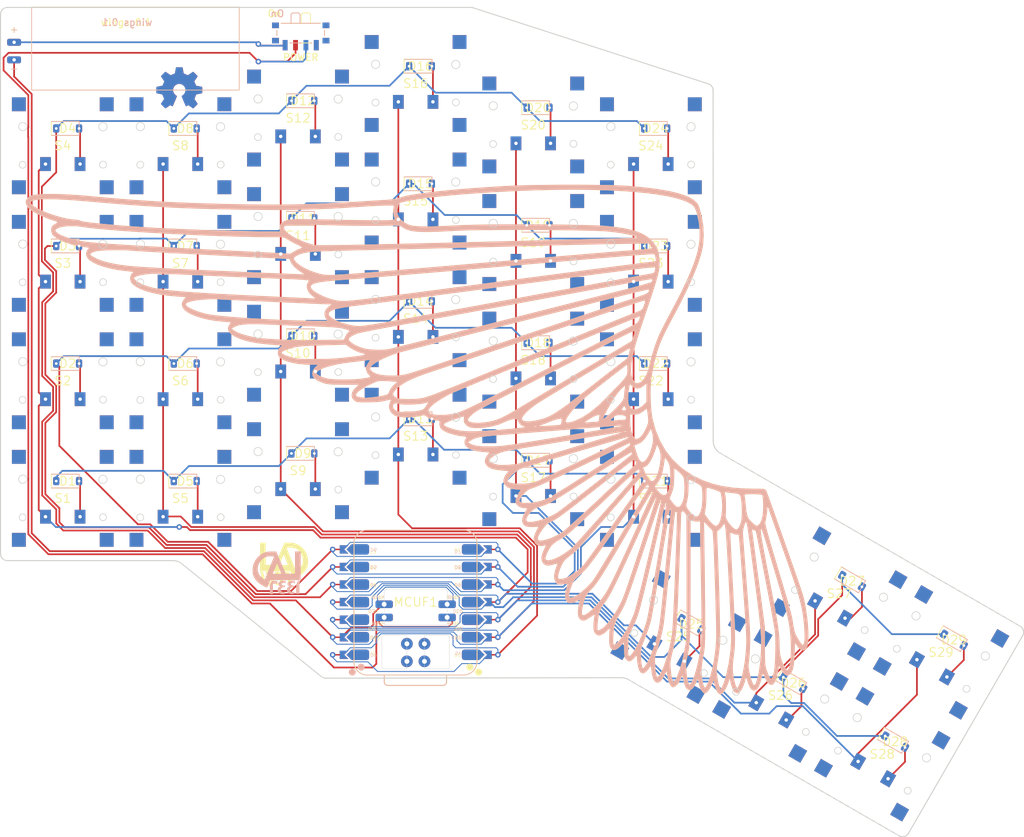
<source format=kicad_pcb>
(kicad_pcb (version 20240108) (generator "pcbnew") (generator_version "8.0")
  (title_block (title "wings") (date "2024-11-09") (rev "0.1") (company "lad1337"))
  (layers (0 "F.Cu" signal) (31 "B.Cu" signal) (34 "B.Paste" user) (35 "F.Paste" user) (36 "B.SilkS" user "B.Silkscreen") (37 "F.SilkS" user "F.Silkscreen") (38 "B.Mask" user) (39 "F.Mask" user) (44 "Edge.Cuts" user))
  (net 0 "")
  (net 1 "P3")
  (net 2 "outer_bottom")
  (net 3 "outer_home")
  (net 4 "outer_top")
  (net 5 "outer_numbers")
  (net 6 "P2")
  (net 7 "pinky_bottom")
  (net 8 "pinky_home")
  (net 9 "pinky_top")
  (net 10 "pinky_numbers")
  (net 11 "P1")
  (net 12 "ring_bottom")
  (net 13 "ring_home")
  (net 14 "ring_top")
  (net 15 "ring_numbers")
  (net 16 "P0")
  (net 17 "middle_bottom")
  (net 18 "middle_home")
  (net 19 "middle_top")
  (net 20 "middle_numbers")
  (net 21 "P5")
  (net 22 "index_bottom")
  (net 23 "index_home")
  (net 24 "index_top")
  (net 25 "index_numbers")
  (net 26 "P4")
  (net 27 "inner_bottom")
  (net 28 "inner_home")
  (net 29 "inner_top")
  (net 30 "inner_numbers")
  (net 31 "near_bottom")
  (net 32 "home_bottom")
  (net 33 "home_top")
  (net 34 "far_bottom")
  (net 35 "far_top")
  (net 36 "P6")
  (net 37 "P7")
  (net 38 "P8")
  (net 39 "P9")
  (net 40 "P10")
  (net 41 "3V3")
  (net 42 "GND")
  (net 43 "5V")
  (net 44 "VIN")
  (net 45 "SWCLK")
  (net 46 "SWDIO")
  (net 47 "RST")
  (net 48 "BAT+")
  (footprint "lad1337:CPG1316S01D02_reversible" (layer "F.Cu") (at 226.944864 122.277568 -30)
    (property "Reference" "S29")
    (property "Value" "" (hide yes))
    (fp_circle (center -5.8 2.75) (end -5.3 2.75) (stroke (width 0.1)) (fill none) (layer "Edge.Cuts"))
    (fp_circle (center -5.781 -2.773) (end -6.381 -2.773) (stroke (width 0.1)) (fill none) (layer "Edge.Cuts"))
    (fp_circle (center 5.819 2.727) (end 5.319 2.727) (stroke (width 0.1)) (fill none) (layer "Edge.Cuts"))
    (fp_circle (center 5.8 -2.75) (end 6.4 -2.75) (stroke (width 0.1)) (fill none) (layer "Edge.Cuts"))
  )
  (footprint "lad1337:CPG1316S01D02_reversible" (layer "F.Cu") (at 134 62)
    (property "Reference" "S11")
    (property "Value" "" (hide yes))
    (fp_circle (center -5.8 2.75) (end -5.3 2.75) (stroke (width 0.1)) (fill none) (layer "Edge.Cuts"))
    (fp_circle (center -5.781 -2.773) (end -6.381 -2.773) (stroke (width 0.1)) (fill none) (layer "Edge.Cuts"))
    (fp_circle (center 5.8 -2.75) (end 6.4 -2.75) (stroke (width 0.1)) (fill none) (layer "Edge.Cuts"))
    (fp_circle (center 5.819 2.727) (end 5.319 2.727) (stroke (width 0.1)) (fill none) (layer "Edge.Cuts"))
  )
  (footprint "lad1337:D_SOD-123-reversible" (layer "F.Cu") (at 214.07865 111.962505 -30)
    (property "Reference" "D27")
    (property "Value" "" (hide yes))
  )
  (footprint "lad1337:D_SOD-123-reversible" (layer "F.Cu") (at 134.7 76.5)
    (property "Reference" "D10")
    (property "Value" "" (hide yes))
  )
  (footprint "lad1337:D_SOD-123-reversible" (layer "F.Cu") (at 190.856218 118.184937 -30)
    (property "Reference" "D25")
    (property "Value" "" (hide yes))
  )
  (footprint "lad1337:D_SOD-123-reversible" (layer "F.Cu") (at 220.301081 135.184937 -30)
    (property "Reference" "D28")
    (property "Value" "" (hide yes))
  )
  (footprint "lad1337:D_SOD-123-reversible" (layer "F.Cu") (at 185.7 97.5)
    (property "Reference" "D21")
    (property "Value" "" (hide yes))
  )
  (footprint "lad1337:CPG1316S01D02_reversible" (layer "F.Cu") (at 185 100)
    (property "Reference" "S21")
    (property "Value" "" (hide yes))
    (fp_circle (center -5.8 2.75) (end -5.3 2.75) (stroke (width 0.1)) (fill none) (layer "Edge.Cuts"))
    (fp_circle (center -5.781 -2.773) (end -6.381 -2.773) (stroke (width 0.1)) (fill none) (layer "Edge.Cuts"))
    (fp_circle (center 5.8 -2.75) (end 6.4 -2.75) (stroke (width 0.1)) (fill none) (layer "Edge.Cuts"))
    (fp_circle (center 5.819 2.727) (end 5.319 2.727) (stroke (width 0.1)) (fill none) (layer "Edge.Cuts"))
  )
  (footprint "lad1337:D_SOD-123-reversible" (layer "F.Cu") (at 100.7 80.5)
    (property "Reference" "D2")
    (property "Value" "" (hide yes))
  )
  (footprint "lad1337:CPG1316S01D02_reversible" (layer "F.Cu") (at 100 66)
    (property "Reference" "S3")
    (property "Value" "" (hide yes))
    (fp_circle (center -5.8 2.75) (end -5.3 2.75) (stroke (width 0.1)) (fill none) (layer "Edge.Cuts"))
    (fp_circle (center -5.781 -2.773) (end -6.381 -2.773) (stroke (width 0.1)) (fill none) (layer "Edge.Cuts"))
    (fp_circle (center 5.8 -2.75) (end 6.4 -2.75) (stroke (width 0.1)) (fill none) (layer "Edge.Cuts"))
    (fp_circle (center 5.819 2.727) (end 5.319 2.727) (stroke (width 0.1)) (fill none) (layer "Edge.Cuts"))
  )
  (footprint "lad1337:D_SOD-123-reversible" (layer "F.Cu") (at 134.7 42.5)
    (property "Reference" "D12")
    (property "Value" "" (hide yes))
  )
  (footprint "lad1337:CPG1316S01D02_reversible" (layer "F.Cu") (at 117 83)
    (property "Reference" "S6")
    (property "Value" "" (hide yes))
    (fp_circle (center -5.8 2.75) (end -5.3 2.75) (stroke (width 0.1)) (fill none) (layer "Edge.Cuts"))
    (fp_circle (center -5.781 -2.773) (end -6.381 -2.773) (stroke (width 0.1)) (fill none) (layer "Edge.Cuts"))
    (fp_circle (center 5.8 -2.75) (end 6.4 -2.75) (stroke (width 0.1)) (fill none) (layer "Edge.Cuts"))
    (fp_circle (center 5.819 2.727) (end 5.319 2.727) (stroke (width 0.1)) (fill none) (layer "Edge.Cuts"))
  )
  (footprint "lad1337:D_SOD-123-reversible" (layer "F.Cu") (at 185.7 80.5)
    (property "Reference" "D22")
    (property "Value" "" (hide yes))
  )
  (footprint "lad1337:lipo-reversible" (layer "F.Cu") (at 95.504 39.116)
    (property "Reference" "battery1" (hide yes))
    (property "Value" "" (hide yes))
  )
  (footprint "lad1337:D_SOD-123-reversible" (layer "F.Cu") (at 168.7 77.5)
    (property "Reference" "D18")
    (property "Value" "" (hide yes))
  )
  (footprint "lad1337:D_SOD-123-reversible" (layer "F.Cu") (at 117.7 97.5)
    (property "Reference" "D5")
    (property "Value" "" (hide yes))
  )
  (footprint "lad1337:D_SOD-123-reversible" (layer "F.Cu") (at 168.7 94.5)
    (property "Reference" "D17")
    (property "Value" "" (hide yes))
  )
  (footprint "lad1337:CPG1316S01D02_reversible" (layer "F.Cu") (at 151 40)
    (property "Reference" "S16")
    (property "Value" "" (hide yes))
    (fp_circle (center -5.8 2.75) (end -5.3 2.75) (stroke (width 0.1)) (fill none) (layer "Edge.Cuts"))
    (fp_circle (center -5.781 -2.773) (end -6.381 -2.773) (stroke (width 0.1)) (fill none) (layer "Edge.Cuts"))
    (fp_circle (center 5.8 -2.75) (end 6.4 -2.75) (stroke (width 0.1)) (fill none) (layer "Edge.Cuts"))
    (fp_circle (center 5.819 2.727) (end 5.319 2.727) (stroke (width 0.1)) (fill none) (layer "Edge.Cuts"))
  )
  (footprint "lad1337:D_SOD-123-reversible" (layer "F.Cu") (at 134.7 93.5)
    (property "Reference" "D9")
    (property "Value" "" (hide yes))
  )
  (footprint "lad1337:CPG1316S01D02_reversible" (layer "F.Cu") (at 185 49)
    (property "Reference" "S24")
    (property "Value" "" (hide yes))
    (fp_circle (center -5.8 2.75) (end -5.3 2.75) (stroke (width 0.1)) (fill none) (layer "Edge.Cuts"))
    (fp_circle (center -5.781 -2.773) (end -6.381 -2.773) (stroke (width 0.1)) (fill none) (layer "Edge.Cuts"))
    (fp_circle (center 5.8 -2.75) (end 6.4 -2.75) (stroke (width 0.1)) (fill none) (layer "Edge.Cuts"))
    (fp_circle (center 5.819 2.727) (end 5.319 2.727) (stroke (width 0.1)) (fill none) (layer "Edge.Cuts"))
  )
  (footprint "lad1337:lad1337logo" (layer "F.Cu") (at 132.08 109.22)
    (property "Reference" "G***" (hide yes))
    (property "Value" "LOGO" (hide yes))
  )
  (footprint "lad1337:CPG1316S01D02_reversible" (layer "F.Cu") (at 212.222432 113.777568 -30)
    (property "Reference" "S27")
    (property "Value" "" (hide yes))
    (fp_circle (center -5.8 2.75) (end -5.3 2.75) (stroke (width 0.1)) (fill none) (layer "Edge.Cuts"))
    (fp_circle (center -5.781 -2.773) (end -6.381 -2.773) (stroke (width 0.1)) (fill none) (layer "Edge.Cuts"))
    (fp_circle (center 5.819 2.727) (end 5.319 2.727) (stroke (width 0.1)) (fill none) (layer "Edge.Cuts"))
    (fp_circle (center 5.8 -2.75) (end 6.4 -2.75) (stroke (width 0.1)) (fill none) (layer "Edge.Cuts"))
  )
  (footprint "lad1337:CPG1316S01D02_reversible" (layer "F.Cu") (at 151 91)
    (property "Reference" "S13")
    (property "Value" "" (hide yes))
    (fp_circle (center -5.8 2.75) (end -5.3 2.75) (stroke (width 0.1)) (fill none) (layer "Edge.Cuts"))
    (fp_circle (center -5.781 -2.773) (end -6.381 -2.773) (stroke (width 0.1)) (fill none) (layer "Edge.Cuts"))
    (fp_circle (center 5.8 -2.75) (end 6.4 -2.75) (stroke (width 0.1)) (fill none) (layer "Edge.Cuts"))
    (fp_circle (center 5.819 2.727) (end 5.319 2.727) (stroke (width 0.1)) (fill none) (layer "Edge.Cuts"))
  )
  (footprint "lad1337:D_SOD-123-reversible" (layer "F.Cu") (at 117.7 63.5)
    (property "Reference" "D7")
    (property "Value" "" (hide yes))
  )
  (footprint "lad1337:CPG1316S01D02_reversible" (layer "F.Cu") (at 117 100)
    (property "Reference" "S5")
    (property "Value" "" (hide yes))
    (fp_circle (center -5.8 2.75) (end -5.3 2.75) (stroke (width 0.1)) (fill none) (layer "Edge.Cuts"))
    (fp_circle (center -5.781 -2.773) (end -6.381 -2.773) (stroke (width 0.1)) (fill none) (layer "Edge.Cuts"))
    (fp_circle (center 5.8 -2.75) (end 6.4 -2.75) (stroke (width 0.1)) (fill none) (layer "Edge.Cuts"))
    (fp_circle (center 5.819 2.727) (end 5.319 2.727) (stroke (width 0.1)) (fill none) (layer "Edge.Cuts"))
  )
  (footprint "lad1337:CPG1316S01D02_reversible" (layer "F.Cu") (at 168 46)
    (property "Reference" "S20")
    (property "Value" "" (hide yes))
    (fp_circle (center -5.8 2.75) (end -5.3 2.75) (stroke (width 0.1)) (fill none) (layer "Edge.Cuts"))
    (fp_circle (center -5.781 -2.773) (end -6.381 -2.773) (stroke (width 0.1)) (fill none) (layer "Edge.Cuts"))
    (fp_circle (center 5.8 -2.75) (end 6.4 -2.75) (stroke (width 0.1)) (fill none) (layer "Edge.Cuts"))
    (fp_circle (center 5.819 2.727) (end 5.319 2.727) (stroke (width 0.1)) (fill none) (layer "Edge.Cuts"))
  )
  (footprint "lad1337:D_SOD-123-reversible" (layer "F.Cu") (at 151.7 37.5)
    (property "Reference" "D16")
    (property "Value" "" (hide yes))
  )
  (footprint "lad1337:D_SOD-123-reversible" (layer "F.Cu") (at 228.801081 120.462505 -30)
    (property "Reference" "D29")
    (property "Value" "" (hide yes))
  )
  (footprint "lad1337:CPG1316S01D02_reversible" (layer "F.Cu") (at 117 66)
    (property "Reference" "S7")
    (property "Value" "" (hide yes))
    (fp_circle (center -5.8 2.75) (end -5.3 2.75) (stroke (width 0.1)) (fill none) (layer "Edge.Cuts"))
    (fp_circle (center -5.781 -2.773) (end -6.381 -2.773) (stroke (width 0.1)) (fill none) (layer "Edge.Cuts"))
    (fp_circle (center 5.8 -2.75) (end 6.4 -2.75) (stroke (width 0.1)) (fill none) (layer "Edge.Cuts"))
    (fp_circle (center 5.819 2.727) (end 5.319 2.727) (stroke (width 0.1)) (fill none) (layer "Edge.Cuts"))
  )
  (footprint "lad1337:CPG1316S01D02_reversible" (layer "F.Cu") (at 134 79)
    (property "Reference" "S10")
    (property "Value" "" (hide yes))
    (fp_circle (center -5.8 2.75) (end -5.3 2.75) (stroke (width 0.1)) (fill none) (layer "Edge.Cuts"))
    (fp_circle (center -5.781 -2.773) (end -6.381 -2.773) (stroke (width 0.1)) (fill none) (layer "Edge.Cuts"))
    (fp_circle (center 5.8 -2.75) (end 6.4 -2.75) (stroke (width 0.1)) (fill none) (layer "Edge.Cuts"))
    (fp_circle (center 5.819 2.727) (end 5.319 2.727) (stroke (width 0.1)) (fill none) (layer "Edge.Cuts"))
  )
  (footprint "lad1337:CPG1316S01D02_reversible" (layer "F.Cu") (at 151 74)
    (property "Reference" "S14")
    (property "Value" "" (hide yes))
    (fp_circle (center -5.8 2.75) (end -5.3 2.75) (stroke (width 0.1)) (fill none) (layer "Edge.Cuts"))
    (fp_circle (center -5.781 -2.773) (end -6.381 -2.773) (stroke (width 0.1)) (fill none) (layer "Edge.Cuts"))
    (fp_circle (center 5.8 -2.75) (end 6.4 -2.75) (stroke (width 0.1)) (fill none) (layer "Edge.Cuts"))
    (fp_circle (center 5.819 2.727) (end 5.319 2.727) (stroke (width 0.1)) (fill none) (layer "Edge.Cuts"))
  )
  (footprint "lad1337:D_SOD-123-reversible" (layer "F.Cu") (at 168.7 43.5)
    (property "Reference" "D20")
    (property "Value" "" (hide yes))
  )
  (footprint "lad1337:D_SOD-123-reversible" (layer "F.Cu") (at 151.7 71.5)
    (property "Reference" "D14")
    (property "Value" "" (hide yes))
  )
  (footprint "lad1337:D_SOD-123-reversible" (layer "F.Cu") (at 100.7 46.5)
    (property "Reference" "D4")
    (property "Value" "" (hide yes))
  )
  (footprint "lad1337:D_SOD-123-reversible" (layer "F.Cu") (at 151.7 54.5)
    (property "Reference" "D15")
    (property "Value" "" (hide yes))
  )
  (footprint "lad1337:CPG1316S01D02_reversible" (layer "F.Cu") (at 168 63)
    (property "Reference" "S19")
    (property "Value" "" (hide yes))
    (fp_circle (center -5.8 2.75) (end -5.3 2.75) (stroke (width 0.1)) (fill none) (layer "Edge.Cuts"))
    (fp_circle (center -5.781 -2.773) (end -6.381 -2.773) (stroke (width 0.1)) (fill none) (layer "Edge.Cuts"))
    (fp_circle (center 5.8 -2.75) (end 6.4 -2.75) (stroke (width 0.1)) (fill none) (layer "Edge.Cuts"))
    (fp_circle (center 5.819 2.727) (end 5.319 2.727) (stroke (width 0.1)) (fill none) (layer "Edge.Cuts"))
  )
  (footprint "lad1337:CPG1316S01D02_reversible" (layer "F.Cu") (at 134 96)
    (property "Reference" "S9")
    (property "Value" "" (hide yes))
    (fp_circle (center -5.8 2.75) (end -5.3 2.75) (stroke (width 0.1)) (fill none) (layer "Edge.Cuts"))
    (fp_circle (center -5.781 -2.773) (end -6.381 -2.773) (stroke (width 0.1)) (fill none) (layer "Edge.Cuts"))
    (fp_circle (center 5.8 -2.75) (end 6.4 -2.75) (stroke (width 0.1)) (fill none) (layer "Edge.Cuts"))
    (fp_circle (center 5.819 2.727) (end 5.319 2.727) (stroke (width 0.1)) (fill none) (layer "Edge.Cuts"))
  )
  (footprint "lad1337:D_SOD-123-reversible" (layer "F.Cu") (at 185.7 63.5)
    (property "Reference" "D23")
    (property "Value" "" (hide yes))
  )
  (footprint "lad1337:CPG1316S01D02_reversible" (layer "F.Cu") (at 151 57)
    (property "Reference" "S15")
    (property "Value" "" (hide yes))
    (fp_circle (center -5.8 2.75) (end -5.3 2.75) (stroke (width 0.1)) (fill none) (layer "Edge.Cuts"))
    (fp_circle (center -5.781 -2.773) (end -6.381 -2.773) (stroke (width 0.1)) (fill none) (layer "Edge.Cuts"))
    (fp_circle (center 5.8 -2.75) (end 6.4 -2.75) (stroke (width 0.1)) (fill none) (layer "Edge.Cuts"))
    (fp_circle (center 5.819 2.727) (end 5.319 2.727) (stroke (width 0.1)) (fill none) (layer "Edge.Cuts"))
  )
  (footprint "lad1337:SW_SPDT_PCM12_reversible" (layer "F.Cu") (at 134.39 33.02 180)
    (property "Reference" "POWER")
    (property "Value" "SW_SPDT_PCM12_reversible")
  )
  (footprint "lad1337:D_SOD-123-reversible" (layer "F.Cu") (at 168.7 60.5)
    (property "Reference" "D19")
    (property "Value" "" (hide yes))
  )
  (footprint "lad1337:CPG1316S01D02_reversible" (layer "F.Cu") (at 134 45)
    (property "Reference" "S12")
    (property "Value" "" (hide yes))
    (fp_circle (center -5.8 2.75) (end -5.3 2.75) (stroke (width 0.1)) (fill none) (layer "Edge.Cuts"))
    (fp_circle (center -5.781 -2.773) (end -6.381 -2.773) (stroke (width 0.1)) (fill none) (layer "Edge.Cuts"))
    (fp_circle (center 5.8 -2.75) (end 6.4 -2.75) (stroke (width 0.1)) (fill none) (layer "Edge.Cuts"))
    (fp_circle (center 5.819 2.727) (end 5.319 2.727) (stroke (width 0.1)) (fill none) (layer "Edge.Cuts"))
  )
  (footprint "lad1337:CPG1316S01D02_reversible" (layer "F.Cu") (at 218.444864 137 -30)
    (property "Reference" "S28")
    (property "Value" "" (hide yes))
    (fp_circle (center -5.8 2.75) (end -5.3 2.75) (stroke (width 0.1)) (fill none) (layer "Edge.Cuts"))
    (fp_circle (center -5.781 -2.773) (end -6.381 -2.773) (stroke (width 0.1)) (fill none) (layer "Edge.Cuts"))
    (fp_circle (center 5.819 2.727) (end 5.319 2.727) (stroke (width 0.1)) (fill none) (layer "Edge.Cuts"))
    (fp_circle (center 5.8 -2.75) (end 6.4 -2.75) (stroke (width 0.1)) (fill none) (layer "Edge.Cuts"))
  )
  (footprint "lad1337:D_SOD-123-reversible" (layer "F.Cu") (at 134.7 59.5)
    (property "Reference" "D11")
    (property "Value" "" (hide yes))
  )
  (footprint "lad1337:CPG1316S01D02_reversible" (layer "F.Cu") (at 117 49)
    (property "Reference" "S8")
    (property "Value" "" (hide yes))
    (fp_circle (center -5.8 2.75) (end -5.3 2.75) (stroke (width 0.1)) (fill none) (layer "Edge.Cuts"))
    (fp_circle (center -5.781 -2.773) (end -6.381 -2.773) (stroke (width 0.1)) (fill none) (layer "Edge.Cuts"))
    (fp_circle (center 5.8 -2.75) (end 6.4 -2.75) (stroke (width 0.1)) (fill none) (layer "Edge.Cuts"))
    (fp_circle (center 5.819 2.727) (end 5.319 2.727) (stroke (width 0.1)) (fill none) (layer "Edge.Cuts"))
  )
  (footprint "lad1337:CPG1316S01D02_reversible" (layer "F.Cu") (at 185 83)
    (property "Reference" "S22")
    (property "Value" "" (hide yes))
    (fp_circle (center -5.8 2.75) (end -5.3 2.75) (stroke (width 0.1)) (fill none) (layer "Edge.Cuts"))
    (fp_circle (center -5.781 -2.773) (end -6.381 -2.773) (stroke (width 0.1)) (fill none) (layer "Edge.Cuts"))
    (fp_circle (center 5.8 -2.75) (end 6.4 -2.75) (stroke (width 0.1)) (fill none) (layer "Edge.Cuts"))
    (fp_circle (center 5.819 2.727) (end 5.319 2.727) (stroke (width 0.1)) (fill none) (layer "Edge.Cuts"))
  )
  (footprint "lad1337:CPG1316S01D02_reversible" (layer "F.Cu") (at 185 66)
    (property "Reference" "S23")
    (property "Value" "" (hide yes))
    (fp_circle (center -5.8 2.75) (end -5.3 2.75) (stroke (width 0.1)) (fill none) (layer "Edge.Cuts"))
    (fp_circle (center -5.781 -2.773) (end -6.381 -2.773) (stroke (width 0.1)) (fill none) (layer "Edge.Cuts"))
    (fp_circle (center 5.8 -2.75) (end 6.4 -2.75) (stroke (width 0.1)) (fill none) (layer "Edge.Cuts"))
    (fp_circle (center 5.819 2.727) (end 5.319 2.727) (stroke (width 0.1)) (fill none) (layer "Edge.Cuts"))
  )
  (footprint "lad1337:D_SOD-123-reversible" (layer "F.Cu") (at 117.7 80.5)
    (property "Reference" "D6")
    (property "Value" "" (hide yes))
  )
  (footprint "lad1337:CPG1316S01D02_reversible" (layer "F.Cu") (at 168 97)
    (property "Reference" "S17")
    (property "Value" "" (hide yes))
    (fp_circle (center -5.8 2.75) (end -5.3 2.75) (stroke (width 0.1)) (fill none) (layer "Edge.Cuts"))
    (fp_circle (center -5.781 -2.773) (end -6.381 -2.773) (stroke (width 0.1)) (fill none) (layer "Edge.Cuts"))
    (fp_circle (center 5.8 -2.75) (end 6.4 -2.75) (stroke (width 0.1)) (fill none) (layer "Edge.Cuts"))
    (fp_circle (center 5.819 2.727) (end 5.319 2.727) (stroke (width 0.1)) (fill none) (layer "Edge.Cuts"))
  )
  (footprint "lad1337:CPG1316S01D02_reversible" (layer "F.Cu") (at 189 120 -30)
    (property "Reference" "S25")
    (property "Value" "" (hide yes))
    (fp_circle (center -5.8 2.75) (end -5.3 2.75) (stroke (width 0.1)) (fill none) (layer "Edge.Cuts"))
    (fp_circle (center -5.781 -2.773) (end -6.381 -2.773) (stroke (width 0.1)) (fill none) (layer "Edge.Cuts"))
    (fp_circle (center 5.819 2.727) (end 5.319 2.727) (stroke (width 0.1)) (fill none) (layer "Edge.Cuts"))
    (fp_circle (center 5.8 -2.75) (end 6.4 -2.75) (stroke (width 0.1)) (fill none) (layer "Edge.Cuts"))
  )
  (footprint "lad1337:D_SOD-123-reversible" (layer "F.Cu") (at 100.7 63.5)
    (property "Reference" "D3")
    (property "Value" "" (hide yes))
  )
  (footprint "Symbol:OSHW-Symbol_6.7x6mm_Copper" (layer "F.Cu") (at 116.84 40.64)
    (property "Reference" "REF**" (hide yes))
    (property "Value" "OSHW-Symbol_6.7x6mm_Copper" (hide yes))
  )
  (footprint "lad1337:CPG1316S01D02_reversible" (layer "F.Cu") (at 100 100)
    (property "Reference" "S1")
    (property "Value" "" (hide yes))
    (fp_circle (center -5.8 2.75) (end -5.3 2.75) (stroke (width 0.1)) (fill none) (layer "Edge.Cuts"))
    (fp_circle (center -5.781 -2.773) (end -6.381 -2.773) (stroke (width 0.1)) (fill none) (layer "Edge.Cuts"))
    (fp_circle (center 5.8 -2.75) (end 6.4 -2.75) (stroke (width 0.1)) (fill none) (layer "Edge.Cuts"))
    (fp_circle (center 5.819 2.727) (end 5.319 2.727) (stroke (width 0.1)) (fill none) (layer "Edge.Cuts"))
  )
  (footprint "lad1337:XIAO-nRF52840-SMD-reversible" (layer "F.Cu") (at 151 115 180)
    (property "Reference" "MCUF1")
    (property "Value" "" (hide yes))
    (fp_line (start 4.876 -9.398) (end 4.876 -5.08) (stroke (width 0.05)) (layer "Edge.Cuts"))
    (fp_line (start 4.55 -3.302) (end 4.55 1.6) (stroke (width 0.05)) (layer "Edge.Cuts"))
    (fp_line (start 4.55 -3.302) (end -4.55 -3.302) (stroke (width 0.05)) (layer "Edge.Cuts"))
    (fp_line (start 4.241 1.905) (end 4.55 1.6) (stroke (width 0.05)) (layer "Edge.Cuts"))
    (fp_line (start 1.2692 -4.826) (end 4.622 -4.826) (stroke (width 0.05)) (layer "Edge.Cuts"))
    (fp_line (start 1.2692 -9.652) (end 4.622 -9.652) (stroke (width 0.05)) (layer "Edge.Cuts"))
    (fp_line (start 1.2692 -9.652) (end 1.2692 -4.826) (stroke (width 0.05)) (layer "Edge.Cuts"))
    (fp_line (start -1.2708 -4.826) (end -4.6236 -4.826) (stroke (width 0.05)) (layer "Edge.Cuts"))
    (fp_line (start -1.2708 -9.652) (end -1.2708 -4.826) (stroke (width 0.05)) (layer "Edge.Cuts"))
    (fp_line (start -1.2708 -9.652) (end -4.6236 -9.652) (stroke (width 0.05)) (layer "Edge.Cuts"))
    (fp_line (start -4.241 1.905) (end 4.241 1.905) (stroke (width 0.05)) (layer "Edge.Cuts"))
    (fp_line (start -4.241 1.905) (end -4.55 1.6) (stroke (width 0.05)) (layer "Edge.Cuts"))
    (fp_line (start -4.55 -3.302) (end -4.55 1.6) (stroke (width 0.05)) (layer "Edge.Cuts"))
    (fp_line (start -4.8776 -9.398) (end -4.8776 -5.08) (stroke (width 0.05)) (layer "Edge.Cuts"))
    (fp_arc (start 4.876 -5.08) (mid 4.801605 -4.900395) (end 4.622 -4.826) (stroke (width 0.05)) (layer "Edge.Cuts"))
    (fp_arc (start 4.622 -9.652) (mid 4.801605 -9.577605) (end 4.876 -9.398) (stroke (width 0.05)) (layer "Edge.Cuts"))
    (fp_arc (start -4.6236 -4.826) (mid -4.803205 -4.900395) (end -4.8776 -5.08) (stroke (width 0.05)) (layer "Edge.Cuts"))
    (fp_arc (start -4.8776 -9.398) (mid -4.803205 -9.577605) (end -4.6236 -9.652) (stroke (width 0.05)) (layer "Edge.Cuts"))
  )
  (footprint "lad1337:D_SOD-123-reversible" (layer "F.Cu") (at 117.7 46.5)
    (property "Reference" "D8")
    (property "Value" "" (hide yes))
  )
  (footprint "lad1337:wing-logo" (layer "F.Cu") (at 151.13 91.44)
    (property "Reference" "G***" (hide yes))
    (property "Value" "LOGO" (hide yes))
  )
  (footprint "lad1337:CPG1316S01D02_reversible" (layer "F.Cu") (at 100 49)
    (property "Reference" "S4")
    (property "Value" "" (hide yes))
    (fp_circle (center -5.8 2.75) (end -5.3 2.75) (stroke (width 0.1)) (fill none) (layer "Edge.Cuts"))
    (fp_circle (center -5.781 -2.773) (end -6.381 -2.773) (stroke (width 0.1)) (fill none) (layer "Edge.Cuts"))
    (fp_circle (center 5.8 -2.75) (end 6.4 -2.75) (stroke (width 0.1)) (fill none) (layer "Edge.Cuts"))
    (fp_circle (center 5.819 2.727) (end 5.319 2.727) (stroke (width 0.1)) (fill none) (layer "Edge.Cuts"))
  )
  (footprint "lad1337:D_SOD-123-reversible" (layer "F.Cu") (at 151.7 88.5)
    (property "Reference" "D13")
    (property "Value" "" (hide yes))
  )
  (footprint "lad1337:D_SOD-123-reversible" (layer "F.Cu") (at 100.7 97.5)
    (property "Reference" "D1")
    (property "Value" "" (hide yes))
  )
  (footprint "lad1337:CPG1316S01D02_reversible" (layer "F.Cu") (at 203.722432 128.5 -30)
    (property "Reference" "S26")
    (property "Value" "" (hide yes))
    (fp_circle (center -5.8 2.75) (end -5.3 2.75) (stroke (width 0.1)) (fill none) (layer "Edge.Cuts"))
    (fp_circle (center -5.781 -2.773) (end -6.381 -2.773) (stroke (width 0.1)) (fill none) (layer "Edge.Cuts"))
    (fp_circle (center 5.819 2.727) (end 5.319 2.727) (stroke (width 0.1)) (fill none) (layer "Edge.Cuts"))
    (fp_circle (center 5.8 -2.75) (end 6.4 -2.75) (stroke (width 0.1)) (fill none) (layer "Edge.Cuts"))
  )
  (footprint "lad1337:D_SOD-123-reversible" (layer "F.Cu") (at 205.57865 126.684937 -30)
    (property "Reference" "D26")
    (property "Value" "" (hide yes))
  )
  (footprint "lad1337:CPG1316S01D02_reversible" (layer "F.Cu") (at 100 83)
    (property "Reference" "S2")
    (property "Value" "" (hide yes))
    (fp_circle (center -5.8 2.75) (end -5.3 2.75) (stroke (width 0.1)) (fill none) (layer "Edge.Cuts"))
    (fp_circle (center -5.781 -2.773) (end -6.381 -2.773) (stroke (width 0.1)) (fill none) (layer "Edge.Cuts"))
    (fp_circle (center 5.8 -2.75) (end 6.4 -2.75) (stroke (width 0.1)) (fill none) (layer "Edge.Cuts"))
    (fp_circle (center 5.819 2.727) (end 5.319 2.727) (stroke (width 0.1)) (fill none) (layer "Edge.Cuts"))
  )
  (footprint "lad1337:D_SOD-123-reversible" (layer "F.Cu") (at 185.7 46.5)
    (property "Reference" "D24")
    (property "Value" "" (hide yes))
  )
  (footprint "lad1337:CPG1316S01D02_reversible" (layer "F.Cu") (at 168 80)
    (property "Reference" "S18")
    (property "Value" "" (hide yes))
    (fp_circle (center -5.8 2.75) (end -5.3 2.75) (stroke (width 0.1)) (fill none) (layer "Edge.Cuts"))
    (fp_circle (center -5.781 -2.773) (end -6.381 -2.773) (stroke (width 0.1)) (fill none) (layer "Edge.Cuts"))
    (fp_circle (center 5.8 -2.75) (end 6.4 -2.75) (stroke (width 0.1)) (fill none) (layer "Edge.Cuts"))
    (fp_circle (center 5.819 2.727) (end 5.319 2.727) (stroke (width 0.1)) (fill none) (layer "Edge.Cuts"))
  )
  (footprint "lad1337:lad1337logo" (layer "B.Cu") (at 130.81 110.49 180)
    (property "Reference" "G***" (hide yes))
    (property "Value" "LOGO" (hide yes))
  )
  (footprint "Symbol:OSHW-Symbol_6.7x6mm_Copper" (layer "B.Cu") (at 116.84 40.64 180)
    (property "Reference" "REF**" (hide yes))
    (property "Value" "OSHW-Symbol_6.7x6mm_Copper" (hide yes))
  )
  (gr_arc (start 115.93791 109) (mid 116.605374 109.114667) (end 117.196306 109.44551) (stroke (width 0.15)) (layer "Edge.Cuts"))
  (gr_line (start 180.731049 125.929532) (end 138.001649 125.999999) (stroke (width 0.15)) (layer "Edge.Cuts"))
  (gr_line (start 115.93791 109) (end 92 109) (stroke (width 0.15)) (layer "Edge.Cuts"))
  (gr_line (start 91 108) (end 91 30) (stroke (width 0.15)) (layer "Edge.Cuts"))
  (gr_arc (start 91 30) (mid 91.292893 29.292893) (end 92 29) (stroke (width 0.15)) (layer "Edge.Cuts"))
  (gr_line (start 220.873067 148.794229) (end 181.734347 126.197478) (stroke (width 0.15)) (layer "Edge.Cuts"))
  (gr_arc (start 238.373067 118.48334) (mid 238.839031 119.090549) (end 238.739092 119.849365) (stroke (width 0.15)) (layer "Edge.Cuts"))
  (gr_arc (start 138.001649 125.999999) (mid 137.667045 125.942943) (end 137.370802 125.777245) (stroke (width 0.15)) (layer "Edge.Cuts"))
  (gr_line (start 137.370802 125.777245) (end 117.196306 109.44551) (stroke (width 0.15)) (layer "Edge.Cuts"))
  (gr_arc (start 222.239092 148.428203) (mid 221.63189 148.894105) (end 220.873067 148.794229) (stroke (width 0.15)) (layer "Edge.Cuts"))
  (gr_line (start 159.30782 29.048556) (end 193.30782 40.048556) (stroke (width 0.15)) (layer "Edge.Cuts"))
  (gr_arc (start 195.012523 93.449118) (mid 194.2806 92.717281) (end 194.012523 91.717561) (stroke (width 0.15)) (layer "Edge.Cuts"))
  (gr_arc (start 193.30782 40.048556) (mid 193.808574 40.411606) (end 194 40.999753) (stroke (width 0.15)) (layer "Edge.Cuts"))
  (gr_arc (start 180.731049 125.929532) (mid 181.250387 125.997264) (end 181.734347 126.197478) (stroke (width 0.15)) (layer "Edge.Cuts"))
  (gr_line (start 195.012523 93.449118) (end 238.373067 118.48334) (stroke (width 0.15)) (layer "Edge.Cuts"))
  (gr_line (start 194 40.999753) (end 194.012523 91.717561) (stroke (width 0.15)) (layer "Edge.Cuts"))
  (gr_line (start 238.739092 119.849365) (end 222.239092 148.428203) (stroke (width 0.15)) (layer "Edge.Cuts"))
  (gr_line (start 92 29) (end 159 29) (stroke (width 0.15)) (layer "Edge.Cuts"))
  (gr_arc (start 159 29) (mid 159.155813 29.012213) (end 159.30782 29.048556) (stroke (width 0.15)) (layer "Edge.Cuts"))
  (gr_arc (start 92 109) (mid 91.292893 108.707107) (end 91 108) (stroke (width 0.15)) (layer "Edge.Cuts"))
  (gr_text "On" (at 132.08 30.48 0) (layer "B.SilkS") (effects (font (size 1 1)) (justify left bottom mirror)))
  (gr_text "wings 0.1" (at 113.03 31.75 0) (layer "B.SilkS") (effects (font (size 1 1)) (justify left bottom mirror)))
  (gr_text "wings 0.1" (at 105.41 31.75 0) (layer "F.SilkS") (effects (font (size 1 1)) (justify left bottom)))
  (gr_text "On" (at 129.54 30.48 0) (layer "F.SilkS") (effects (font (size 1 1)) (justify left bottom)))
  (segment (start 96.52 52.63) (end 96.52 67.67) (width 0.25) (layer "F.Cu") (net 1))
  (segment (start 96.52 67.67) (end 97.5 68.65) (width 0.25) (layer "F.Cu") (net 1))
  (segment (start 136.167208 104.59) (end 137.252208 105.675) (width 0.25) (layer "F.Cu") (net 1))
  (segment (start 167.19 110.698) (end 162.888 115) (width 0.25) (layer "F.Cu") (net 1))
  (segment (start 96.52 86.63) (end 97.5 85.65) (width 0.25) (layer "F.Cu") (net 1))
  (segment (start 96.52 101.67) (end 96.52 86.63) (width 0.25) (layer "F.Cu") (net 1))
  (segment (start 96.52 69.63) (end 97.5 68.65) (width 0.25) (layer "F.Cu") (net 1))
  (segment (start 167.19 107.374396) (end 167.19 110.698) (width 0.25) (layer "F.Cu") (net 1))
  (segment (start 118.378604 104.59) (end 136.167208 104.59) (width 0.25) (layer "F.Cu") (net 1))
  (segment (start 137.252208 105.675) (end 165.490604 105.675) (width 0.25) (layer "F.Cu") (net 1))
  (segment (start 97.5 85.65) (end 96.52 84.67) (width 0.25) (layer "F.Cu") (net 1))
  (segment (start 96.52 84.67) (end 96.52 69.63) (width 0.25) (layer "F.Cu") (net 1))
  (segment (start 97.5 102.65) (end 96.52 101.67) (width 0.25) (layer "F.Cu") (net 1))
  (segment (start 117.928604 104.14) (end 118.378604 104.59) (width 0.25) (layer "F.Cu") (net 1))
  (segment (start 116.84 104.14) (end 117.928604 104.14) (width 0.25) (layer "F.Cu") (net 1))
  (segment (start 165.490604 105.675) (end 167.19 107.374396) (width 0.25) (layer "F.Cu") (net 1))
  (segment (start 97.5 51.65) (end 96.52 52.63) (width 0.25) (layer "F.Cu") (net 1))
  (segment (start 162.888 115) (end 165.1 112.788) (width 0.25) (layer "F.Cu") (net 1))
  (via (at 116.84 104.14) (size 0.8) (drill 0.4) (layers "F.Cu" "B.Cu") (net 1))
  (segment (start 164.096 113.792) (end 162.888 115) (width 0.25) (layer "B.Cu") (net 1))
  (segment (start 181.117526 118.364) (end 176.545526 113.792) (width 0.25) (layer "B.Cu") (net 1))
  (segment (start 182.828969 118.364) (end 181.117526 118.364) (width 0.25) (layer "B.Cu") (net 1))
  (segment (start 185.509936 121.044967) (end 182.828969 118.364) (width 0.25) (layer "B.Cu") (net 1))
  (segment (start 116.84 104.14) (end 98.99 104.14) (width 0.25) (layer "B.Cu") (net 1))
  (segment (start 176.545526 113.792) (end 164.096 113.792) (width 0.25) (layer "B.Cu") (net 1))
  (segment (start 98.99 104.14) (end 97.5 102.65) (width 0.25) (layer "B.Cu") (net 1))
  (segment (start 102.5 102.65) (end 102.5 97.65) (width 0.25) (layer "F.Cu") (net 2))
  (segment (start 102.5 97.65) (end 102.35 97.5) (width 0.25) (layer "F.Cu") (net 2))
  (segment (start 102.5 80.65) (end 102.35 80.5) (width 0.25) (layer "F.Cu") (net 3))
  (segment (start 102.5 85.65) (end 102.5 80.65) (width 0.25) (layer "F.Cu") (net 3))
  (segment (start 102.5 63.65) (end 102.35 63.5) (width 0.25) (layer "F.Cu") (net 4))
  (segment (start 102.5 68.65) (end 102.5 63.65) (width 0.25) (layer "F.Cu") (net 4))
  (segment (start 102.5 46.65) (end 102.35 46.5) (width 0.25) (layer "F.Cu") (net 5))
  (segment (start 102.5 51.65) (end 102.5 46.65) (width 0.25) (layer "F.Cu") (net 5))
  (segment (start 167.652 111.264) (end 167.652 112.776) (width 0.25) (layer "F.Cu") (net 6))
  (segment (start 114.5 85.65) (end 114.5 102.65) (width 0.25) (layer "F.Cu") (net 6))
  (segment (start 167.652 112.776) (end 162.888 117.54) (width 0.25) (layer "F.Cu") (net 6))
  (segment (start 114.5 51.65) (end 114.5 68.65) (width 0.25) (layer "F.Cu") (net 6))
  (segment (start 208.732368 119.66295) (end 208.732368 114.822535) (width 0.25) (layer "F.Cu") (net 6))
  (segment (start 118.565 104.14) (end 136.353604 104.14) (width 0.25) (layer "F.Cu") (net 6))
  (segment (start 200.232368 128.16295) (end 208.732368 119.66295) (width 0.25) (layer "F.Cu") (net 6))
  (segment (start 114.534 102.616) (end 117.041 102.616) (width 0.25) (layer "F.Cu") (net 6))
  (segment (start 167.64 111.252) (end 167.652 111.264) (width 0.25) (layer "F.Cu") (net 6))
  (segment (start 165.677 105.225) (end 167.64 107.188) (width 0.25) (layer "F.Cu") (net 6))
  (segment (start 117.041 102.616) (end 118.565 104.14) (width 0.25) (layer "F.Cu") (net 6))
  (segment (start 137.438604 105.225) (end 165.677 105.225) (width 0.25) (layer "F.Cu") (net 6))
  (segment (start 200.232368 129.544967) (end 200.232368 128.16295) (width 0.25) (layer "F.Cu") (net 6))
  (segment (start 114.5 68.65) (end 114.5 85.65) (width 0.25) (layer "F.Cu") (net 6))
  (segment (start 167.64 107.188) (end 167.64 111.252) (width 0.25) (layer "F.Cu") (net 6))
  (segment (start 114.5 102.65) (end 114.534 102.616) (width 0.25) (layer "F.Cu") (net 6))
  (segment (start 136.353604 104.14) (end 137.438604 105.225) (width 0.25) (layer "F.Cu") (net 6))
  (segment (start 193.572085 126.042) (end 187.522734 126.042) (width 0.25) (layer "B.Cu") (net 6))
  (segment (start 197.075052 129.544967) (end 193.572085 126.042) (width 0.25) (layer "B.Cu") (net 6))
  (segment (start 165.678 114.75) (end 162.888 117.54) (width 0.25) (layer "B.Cu") (net 6))
  (segment (start 200.232368 129.544967) (end 197.075052 129.544967) (width 0.25) (layer "B.Cu") (net 6))
  (segment (start 187.522734 126.042) (end 176.230734 114.75) (width 0.25) (layer "B.Cu") (net 6))
  (segment (start 176.230734 114.75) (end 165.678 114.75) (width 0.25) (layer "B.Cu") (net 6))
  (segment (start 119.5 102.65) (end 119.5 97.65) (width 0.25) (layer "F.Cu") (net 7))
  (segment (start 119.5 97.65) (end 119.35 97.5) (width 0.25) (layer "F.Cu") (net 7))
  (segment (start 119.5 85.65) (end 119.5 80.65) (width 0.25) (layer "F.Cu") (net 8))
  (segment (start 119.5 80.65) (end 119.35 80.5) (width 0.25) (layer "F.Cu") (net 8))
  (segment (start 119.5 63.65) (end 119.35 63.5) (width 0.25) (layer "F.Cu") (net 9))
  (segment (start 119.5 68.65) (end 119.5 63.65) (width 0.25) (layer "F.Cu") (net 9))
  (segment (start 119.5 46.65) (end 119.35 46.5) (width 0.25) (layer "F.Cu") (net 10))
  (segment (start 119.5 51.65) (end 119.5 46.65) (width 0.25) (layer "F.Cu") (net 10))
  (segment (start 131.5 64.65) (end 131.5 47.65) (width 0.25) (layer "F.Cu") (net 11))
  (segment (start 165.863396 104.775) (end 168.102 107.013604) (width 0.25) (layer "F.Cu") (net 11))
  (segment (start 214.9548 138.044967) (end 214.9548 136.890267) (width 0.25) (layer "F.Cu") (net 11))
  (segment (start 168.102 107.013604) (end 168.102 114.866) (width 0.25) (layer "F.Cu") (net 11))
  (segment (start 214.9548 136.890267) (end 223.4548 128.390267) (width 0.25) (layer "F.Cu") (net 11))
  (segment (start 131.5 81.65) (end 131.5 64.65) (width 0.25) (layer "F.Cu") (net 11))
  (segment (start 131.5 98.65) (end 131.5 81.65) (width 0.25) (layer "F.Cu") (net 11))
  (segment (start 223.4548 128.390267) (end 223.4548 123.322535) (width 0.25) (layer "F.Cu") (net 11))
  (segment (start 137.625 104.775) (end 165.863396 104.775) (width 0.25) (layer "F.Cu") (net 11))
  (segment (start 168.102 114.866) (end 162.888 120.08) (width 0.25) (layer "F.Cu") (net 11))
  (segment (start 131.5 98.65) (end 137.625 104.775) (width 0.25) (layer "F.Cu") (net 11))
  (segment (start 206.957833 130.048) (end 203.184412 130.048) (width 0.25) (layer "B.Cu") (net 11))
  (segment (start 193.385689 126.492) (end 187.336338 126.492) (width 0.25) (layer "B.Cu") (net 11))
  (segment (start 167.768 115.2) (end 162.888 120.08) (width 0.25) (layer "B.Cu") (net 11))
  (segment (start 203.184412 130.048) (end 202.10892 131.123492) (width 0.25) (layer "B.Cu") (net 11))
  (segment (start 176.044338 115.2) (end 167.768 115.2) (width 0.25) (layer "B.Cu") (net 11))
  (segment (start 187.336338 126.492) (end 176.044338 115.2) (width 0.25) (layer "B.Cu") (net 11))
  (segment (start 214.9548 138.044967) (end 206.957833 130.048) (width 0.25) (layer "B.Cu") (net 11))
  (segment (start 202.10892 131.123492) (end 198.017181 131.123492) (width 0.25) (layer "B.Cu") (net 11))
  (segment (start 198.017181 131.123492) (end 193.385689 126.492) (width 0.25) (layer "B.Cu") (net 11))
  (segment (start 136.5 93.65) (end 136.35 93.5) (width 0.25) (layer "F.Cu") (net 12))
  (segment (start 136.5 98.65) (end 136.5 93.65) (width 0.25) (layer "F.Cu") (net 12))
  (segment (start 136.5 76.65) (end 136.35 76.5) (width 0.25) (layer "F.Cu") (net 13))
  (segment (start 136.5 81.65) (end 136.5 76.65) (width 0.25) (layer "F.Cu") (net 13))
  (segment (start 136.5 64.65) (end 136.5 59.65) (width 0.25) (layer "F.Cu") (net 14))
  (segment (start 136.5 59.65) (end 136.35 59.5) (width 0.25) (layer "F.Cu") (net 14))
  (segment (start 136.5 47.65) (end 136.5 42.65) (width 0.25) (layer "F.Cu") (net 15))
  (segment (start 136.5 42.65) (end 136.35 42.5) (width 0.25) (layer "F.Cu") (net 15))
  (segment (start 168.552 116.956) (end 162.888 122.62) (width 0.25) (layer "F.Cu") (net 16))
  (segment (start 148.5 102.33) (end 150.495 104.325) (width 0.25) (layer "F.Cu") (net 16))
  (segment (start 148.5 93.65) (end 148.5 76.65) (width 0.25) (layer "F.Cu") (net 16))
  (segment (start 148.5 93.65) (end 148.5 102.33) (width 0.25) (layer "F.Cu") (net 16))
  (segment (start 150.495 104.325) (end 166.049792 104.325) (width 0.25) (layer "F.Cu") (net 16))
  (segment (start 166.049792 104.325) (end 168.552 106.827208) (width 0.25) (layer "F.Cu") (net 16))
  (segment (start 148.5 76.65) (end 148.5 59.65) (width 0.25) (layer "F.Cu") (net 16))
  (segment (start 148.5 59.65) (end 148.5 42.65) (width 0.25) (layer "F.Cu") (net 16))
  (segment (start 168.552 106.827208) (end 168.552 116.956) (width 0.25) (layer "F.Cu") (net 16))
  (segment (start 153.5 88.65) (end 153.35 88.5) (width 0.25) (layer "F.Cu") (net 17))
  (segment (start 153.5 93.65) (end 153.5 88.65) (width 0.25) (layer "F.Cu") (net 17))
  (segment (start 153.5 71.65) (end 153.35 71.5) (width 0.25) (layer "F.Cu") (net 18))
  (segment (start 153.5 76.65) (end 153.5 71.65) (width 0.25) (layer "F.Cu") (net 18))
  (segment (start 153.5 59.65) (end 153.5 54.65) (width 0.25) (layer "F.Cu") (net 19))
  (segment (start 153.5 54.65) (end 153.35 54.5) (width 0.25) (layer "F.Cu") (net 19))
  (segment (start 153.5 42.65) (end 153.5 37.65) (width 0.25) (layer "F.Cu") (net 20))
  (segment (start 153.5 37.65) (end 153.35 37.5) (width 0.25) (layer "F.Cu") (net 20))
  (segment (start 165.5 82.65) (end 165.5 65.65) (width 0.25) (layer "F.Cu") (net 21))
  (segment (start 165.5 99.65) (end 165.5 82.65) (width 0.25) (layer "F.Cu") (net 21))
  (segment (start 165.5 65.65) (end 165.5 48.65) (width 0.25) (layer "F.Cu") (net 21))
  (segment (start 172.340396 112.776) (end 165.744 112.776) (width 0.25) (layer "B.Cu") (net 21))
  (segment (start 165.5 99.65) (end 166.96 99.65) (width 0.25) (layer "B.Cu") (net 21))
  (segment (start 174.44 107.13) (end 174.44 110.676396) (width 0.25) (layer "B.Cu") (net 21))
  (segment (start 165.5 99.65) (end 166.198 99.65) (width 0.25) (layer "B.Cu") (net 21))
  (segment (start 166.96 99.65) (end 174.44 107.13) (width 0.25) (layer "B.Cu") (net 21))
  (segment (start 165.744 112.776) (end 162.888 109.92) (width 0.25) (layer "B.Cu") (net 21))
  (segment (start 174.44 110.676396) (end 172.340396 112.776) (width 0.25) (layer "B.Cu") (net 21))
  (segment (start 170.5 94.65) (end 170.35 94.5) (width 0.25) (layer "F.Cu") (net 22))
  (segment (start 170.5 99.65) (end 170.5 94.65) (width 0.25) (layer "F.Cu") (net 22))
  (segment (start 170.5 77.65) (end 170.35 77.5) (width 0.25) (layer "F.Cu") (net 23))
  (segment (start 170.5 82.65) (end 170.5 77.65) (width 0.25) (layer "F.Cu") (net 23))
  (segment (start 170.5 60.65) (end 170.35 60.5) (width 0.25) (layer "F.Cu") (net 24))
  (segment (start 170.5 65.65) (end 170.5 60.65) (width 0.25) (layer "F.Cu") (net 24))
  (segment (start 170.5 43.65) (end 170.35 43.5) (width 0.25) (layer "F.Cu") (net 25))
  (segment (start 170.5 48.65) (end 170.5 43.65) (width 0.25) (layer "F.Cu") (net 25))
  (segment (start 182.5 85.65) (end 182.5 68.65) (width 0.25) (layer "F.Cu") (net 26))
  (segment (start 182.5 102.65) (end 182.5 85.65) (width 0.25) (layer "F.Cu") (net 26))
  (segment (start 182.5 68.65) (end 182.5 51.65) (width 0.25) (layer "F.Cu") (net 26))
  (segment (start 177.8 104.14) (end 174.89 107.05) (width 0.25) (layer "B.Cu") (net 26))
  (segment (start 181.01 104.14) (end 177.8 104.14) (width 0.25) (layer "B.Cu") (net 26))
  (segment (start 174.89 110.862792) (end 172.468792 113.284) (width 0.25) (layer "B.Cu") (net 26))
  (segment (start 174.89 107.05) (end 174.89 110.862792) (width 0.25) (layer "B.Cu") (net 26))
  (segment (start 182.5 102.65) (end 181.01 104.14) (width 0.25) (layer "B.Cu") (net 26))
  (segment (start 172.468792 113.284) (end 163.712 113.284) (width 0.25) (layer "B.Cu") (net 26))
  (segment (start 163.712 113.284) (end 162.888 112.46) (width 0.25) (layer "B.Cu") (net 26))
  (segment (start 187.5 97.65) (end 187.35 97.5) (width 0.25) (layer "F.Cu") (net 27))
  (segment (start 187.5 102.65) (end 187.5 97.65) (width 0.25) (layer "F.Cu") (net 27))
  (segment (start 187.5 85.65) (end 187.5 80.65) (width 0.25) (layer "F.Cu") (net 28))
  (segment (start 187.5 80.65) (end 187.35 80.5) (width 0.25) (layer "F.Cu") (net 28))
  (segment (start 187.5 63.65) (end 187.35 63.5) (width 0.25) (layer "F.Cu") (net 29))
  (segment (start 187.5 68.65) (end 187.5 63.65) (width 0.25) (layer "F.Cu") (net 29))
  (segment (start 187.5 51.65) (end 187.5 46.65) (width 0.25) (layer "F.Cu") (net 30))
  (segment (start 187.5 46.65) (end 187.35 46.5) (width 0.25) (layer "F.Cu") (net 30))
  (segment (start 189.840064 123.544967) (end 192.024 121.361031) (width 0.25) (layer "F.Cu") (net 31))
  (segment (start 192.024 119.271097) (end 192.28516 119.009937) (width 0.25) (layer "F.Cu") (net 31))
  (segment (start 192.024 121.361031) (end 192.024 119.271097) (width 0.25) (layer "F.Cu") (net 31))
  (segment (start 204.759033 132.044967) (end 206.756 130.048) (width 0.25) (layer "F.Cu") (net 32))
  (segment (start 206.756 130.048) (end 206.756 127.761529) (width 0.25) (layer "F.Cu") (net 32))
  (segment (start 204.562496 132.044967) (end 204.759033 132.044967) (width 0.25) (layer "F.Cu") (net 32))
  (segment (start 206.756 127.761529) (end 207.007592 127.509937) (width 0.25) (layer "F.Cu") (net 32))
  (segment (start 215.507592 115.708408) (end 215.507592 112.787505) (width 0.25) (layer "F.Cu") (net 33))
  (segment (start 213.893465 117.322535) (end 215.507592 115.708408) (width 0.25) (layer "F.Cu") (net 33))
  (segment (start 213.062496 117.322535) (end 213.893465 117.322535) (width 0.25) (layer "F.Cu") (net 33))
  (segment (start 221.730023 138.099872) (end 221.730023 136.009937) (width 0.25) (layer "F.Cu") (net 34))
  (segment (start 219.284928 140.544967) (end 221.730023 138.099872) (width 0.25) (layer "F.Cu") (net 34))
  (segment (start 227.784928 125.822535) (end 230.230023 123.37744) (width 0.25) (layer "F.Cu") (net 35))
  (segment (start 230.230023 123.37744) (end 230.230023 121.287505) (width 0.25) (layer "F.Cu") (net 35))
  (segment (start 155.108 92.964) (end 165.514 92.964) (width 0.25) (layer "B.Cu") (net 36))
  (segment (start 116.05 97.5) (end 118.225 95.325) (width 0.25) (layer "B.Cu") (net 36))
  (segment (start 182.974567 96.424567) (end 184.05 97.5) (width 0.25) (layer "B.Cu") (net 36))
  (segment (start 167.05 94.5) (end 168.974567 96.424567) (width 0.25) (layer "B.Cu") (net 36))
  (segment (start 147.225 91.325) (end 150.05 88.5) (width 0.25) (layer "B.Cu") (net 36))
  (segment (start 167.834 112.326) (end 162.888 107.38) (width 0.25) (layer "B.Cu") (net 36))
  (segment (start 163.576 97.974) (end 163.576 100.6215) (width 0.25) (layer "B.Cu") (net 36))
  (segment (start 99.05 97.5) (end 99.05 96.9) (width 0.25) (layer "B.Cu") (net 36))
  (segment (start 150.644 88.5) (end 155.108 92.964) (width 0.25) (layer "B.Cu") (net 36))
  (segment (start 118.225 95.325) (end 131.225 95.325) (width 0.25) (layer "B.Cu") (net 36))
  (segment (start 173.99 107.316396) (end 173.99 110.49) (width 0.25) (layer "B.Cu") (net 36))
  (segment (start 165.514 92.964) (end 167.05 94.5) (width 0.25) (layer "B.Cu") (net 36))
  (segment (start 167.05 94.5) (end 163.576 97.974) (width 0.25) (layer "B.Cu") (net 36))
  (segment (start 150.05 88.5) (end 150.644 88.5) (width 0.25) (layer "B.Cu") (net 36))
  (segment (start 99.938 96.012) (end 114.562 96.012) (width 0.25) (layer "B.Cu") (net 36))
  (segment (start 172.154 112.326) (end 167.834 112.326) (width 0.25) (layer "B.Cu") (net 36))
  (segment (start 135.225 91.325) (end 147.225 91.325) (width 0.25) (layer "B.Cu") (net 36))
  (segment (start 168.974567 96.424567) (end 182.974567 96.424567) (width 0.25) (layer "B.Cu") (net 36))
  (segment (start 131.225 95.325) (end 133.05 93.5) (width 0.25) (layer "B.Cu") (net 36))
  (segment (start 163.576 100.6215) (end 165.0625 102.108) (width 0.25) (layer "B.Cu") (net 36))
  (segment (start 168.781604 102.108) (end 173.99 107.316396) (width 0.25) (layer "B.Cu") (net 36))
  (segment (start 114.562 96.012) (end 116.05 97.5) (width 0.25) (layer "B.Cu") (net 36))
  (segment (start 133.05 93.5) (end 135.225 91.325) (width 0.25) (layer "B.Cu") (net 36))
  (segment (start 173.99 110.49) (end 172.154 112.326) (width 0.25) (layer "B.Cu") (net 36))
  (segment (start 165.0625 102.108) (end 168.781604 102.108) (width 0.25) (layer "B.Cu") (net 36))
  (segment (start 99.05 96.9) (end 99.938 96.012) (width 0.25) (layer "B.Cu") (net 36))
  (segment (start 99.5 92.388) (end 110.86 103.748) (width 0.25) (layer "F.Cu") (net 37))
  (segment (start 132.992 113.4) (end 139.012 107.38) (width 0.25) (layer "F.Cu") (net 37))
  (segment (start 99.5 80.95) (end 99.5 92.388) (width 0.25) (layer "F.Cu") (net 37))
  (segment (start 128.132 113.4) (end 132.992 113.4) (width 0.25) (layer "F.Cu") (net 37))
  (segment (start 99.05 80.5) (end 99.5 80.95) (width 0.25) (layer "F.Cu") (net 37))
  (segment (start 115.174594 106.281802) (end 121.013802 106.281802) (width 0.25) (layer "F.Cu") (net 37))
  (segment (start 112.640792 103.748) (end 115.174594 106.281802) (width 0.25) (layer "F.Cu") (net 37))
  (segment (start 110.86 103.748) (end 112.640792 103.748) (width 0.25) (layer "F.Cu") (net 37))
  (segment (start 121.013802 106.281802) (end 128.132 113.4) (width 0.25) (layer "F.Cu") (net 37))
  (segment (start 100.125433 79.424567) (end 114.974567 79.424567) (width 0.25) (layer "B.Cu") (net 37))
  (segment (start 147.225 74.325) (end 150.05 71.5) (width 0.25) (layer "B.Cu") (net 37))
  (segment (start 153.875 75.325) (end 164.875 75.325) (width 0.25) (layer "B.Cu") (net 37))
  (segment (start 131.225 78.325) (end 133.05 76.5) (width 0.25) (layer "B.Cu") (net 37))
  (segment (start 167.05 77.5) (end 168.974567 79.424567) (width 0.25) (layer "B.Cu") (net 37))
  (segment (start 133.05 76.5) (end 135.225 74.325) (width 0.25) (layer "B.Cu") (net 37))
  (segment (start 182.974567 79.424567) (end 184.05 80.5) (width 0.25) (layer "B.Cu") (net 37))
  (segment (start 164.875 75.325) (end 167.05 77.5) (width 0.25) (layer "B.Cu") (net 37))
  (segment (start 114.974567 79.424567) (end 116.05 80.5) (width 0.25) (layer "B.Cu") (net 37))
  (segment (start 168.974567 79.424567) (end 182.974567 79.424567) (width 0.25) (layer "B.Cu") (net 37))
  (segment (start 135.225 74.325) (end 147.225 74.325) (width 0.25) (layer "B.Cu") (net 37))
  (segment (start 99.05 80.5) (end 100.125433 79.424567) (width 0.25) (layer "B.Cu") (net 37))
  (segment (start 116.05 80.5) (end 118.225 78.325) (width 0.25) (layer "B.Cu") (net 37))
  (segment (start 150.05 71.5) (end 153.875 75.325) (width 0.25) (layer "B.Cu") (net 37))
  (segment (start 118.225 78.325) (end 131.225 78.325) (width 0.25) (layer "B.Cu") (net 37))
  (segment (start 114.988198 106.731802) (end 120.768792 106.731802) (width 0.25) (layer "F.Cu") (net 38))
  (segment (start 99.51 103.445604) (end 100.262396 104.198) (width 0.25) (layer "F.Cu") (net 38))
  (segment (start 97.478 71.814396) (end 97.478 82.109604) (width 0.25) (layer "F.Cu") (net 38))
  (segment (start 112.454396 104.198) (end 114.988198 106.731802) (width 0.25) (layer "F.Cu") (net 38))
  (segment (start 100.262396 104.198) (end 112.454396 104.198) (width 0.25) (layer "F.Cu") (net 38))
  (segment (start 99.05 63.5) (end 97.785 63.5) (width 0.25) (layer "F.Cu") (net 38))
  (segment (start 99.05 87.514396) (end 97.478 89.086396) (width 0.25) (layer "F.Cu") (net 38))
  (segment (start 97.785 63.5) (end 97.42 63.865) (width 0.25) (layer "F.Cu") (net 38))
  (segment (start 120.768792 106.731802) (end 127.88699 113.85) (width 0.25) (layer "F.Cu") (net 38))
  (segment (start 97.42 65.508604) (end 99.05 67.138604) (width 0.25) (layer "F.Cu") (net 38))
  (segment (start 97.478 89.086396) (end 97.478 99.381604) (width 0.25) (layer "F.Cu") (net 38))
  (segment (start 97.42 63.865) (end 97.42 65.508604) (width 0.25) (layer "F.Cu") (net 38))
  (segment (start 99.51 101.413604) (end 99.51 103.445604) (width 0.25) (layer "F.Cu") (net 38))
  (segment (start 99.05 67.138604) (end 99.05 70.242396) (width 0.25) (layer "F.Cu") (net 38))
  (segment (start 97.478 82.109604) (end 99.05 83.681604) (width 0.25) (layer "F.Cu") (net 38))
  (segment (start 127.88699 113.85) (end 135.082 113.85) (width 0.25) (layer "F.Cu") (net 38))
  (segment (start 99.05 70.242396) (end 97.478 71.814396) (width 0.25) (layer "F.Cu") (net 38))
  (segment (start 99.05 83.681604) (end 99.05 87.514396) (width 0.25) (layer "F.Cu") (net 38))
  (segment (start 97.478 99.381604) (end 99.51 101.413604) (width 0.25) (layer "F.Cu") (net 38))
  (segment (start 135.082 113.85) (end 139.012 109.92) (width 0.25) (layer "F.Cu") (net 38))
  (segment (start 167.05 60.5) (end 168.974567 62.424567) (width 0.25) (layer "B.Cu") (net 38))
  (segment (start 116.05 63.5) (end 118.225 61.325) (width 0.25) (layer "B.Cu") (net 38))
  (segment (start 155.197321 59.017321) (end 165.567321 59.017321) (width 0.25) (layer "B.Cu") (net 38))
  (segment (start 168.974567 62.424567) (end 182.974567 62.424567) (width 0.25) (layer "B.Cu") (net 38))
  (segment (start 100.102433 62.447567) (end 111.027519 62.447567) (width 0.25) (layer "B.Cu") (net 38))
  (segment (start 165.567321 59.017321) (end 167.05 60.5) (width 0.25) (layer "B.Cu") (net 38))
  (segment (start 131.225 61.325) (end 133.05 59.5) (width 0.25) (layer "B.Cu") (net 38))
  (segment (start 99.05 63.5) (end 100.102433 62.447567) (width 0.25) (layer "B.Cu") (net 38))
  (segment (start 118.225 61.325) (end 131.225 61.325) (width 0.25) (layer "B.Cu") (net 38))
  (segment (start 182.974567 62.424567) (end 184.05 63.5) (width 0.25) (layer "B.Cu") (net 38))
  (segment (start 150.68 54.5) (end 155.197321 59.017321) (width 0.25) (layer "B.Cu") (net 38))
  (segment (start 114.974567 62.424567) (end 116.05 63.5) (width 0.25) (layer "B.Cu") (net 38))
  (segment (start 147.225 57.325) (end 150.05 54.5) (width 0.25) (layer "B.Cu") (net 38))
  (segment (start 111.027519 62.447567) (end 111.113356 62.424567) (width 0.25) (layer "B.Cu") (net 38))
  (segment (start 111.113356 62.424567) (end 114.974567 62.424567) (width 0.25) (layer "B.Cu") (net 38))
  (segment (start 150.05 54.5) (end 150.68 54.5) (width 0.25) (layer "B.Cu") (net 38))
  (segment (start 135.225 57.325) (end 147.225 57.325) (width 0.25) (layer "B.Cu") (net 38))
  (segment (start 133.05 59.5) (end 135.225 57.325) (width 0.25) (layer "B.Cu") (net 38))
  (segment (start 96.97 65.695) (end 98.6 67.325) (width 0.25) (layer "F.Cu") (net 39))
  (segment (start 97.028 71.628) (end 97.028 82.296) (width 0.25) (layer "F.Cu") (net 39))
  (segment (start 98.6 70.056) (end 97.028 71.628) (width 0.25) (layer "F.Cu") (net 39))
  (segment (start 112.268 104.648) (end 114.801802 107.181802) (width 0.25) (layer "F.Cu") (net 39))
  (segment (start 96.97 54.922) (end 96.97 65.695) (width 0.25) (layer "F.Cu") (net 39))
  (segment (start 137.172 114.3) (end 139.012 112.46) (width 0.25) (layer "F.Cu") (net 39))
  (segment (start 99.05 52.842) (end 96.97 54.922) (width 0.25) (layer "F.Cu") (net 39))
  (segment (start 97.028 82.296) (end 98.6 83.868) (width 0.25) (layer "F.Cu") (net 39))
  (segment (start 99.05 46.5) (end 99.05 52.842) (width 0.25) (layer "F.Cu") (net 39))
  (segment (start 98.6 87.328) (end 97.028 88.9) (width 0.25) (layer "F.Cu") (net 39))
  (segment (start 127.700594 114.3) (end 137.172 114.3) (width 0.25) (layer "F.Cu") (net 39))
  (segment (start 114.801802 107.181802) (end 120.582396 107.181802) (width 0.25) (layer "F.Cu") (net 39))
  (segment (start 100.076 104.648) (end 112.268 104.648) (width 0.25) (layer "F.Cu") (net 39))
  (segment (start 98.6 67.325) (end 98.6 70.056) (width 0.25) (layer "F.Cu") (net 39))
  (segment (start 97.028 88.9) (end 97.028 99.568) (width 0.25) (layer "F.Cu") (net 39))
  (segment (start 97.028 99.568) (end 99.06 101.6) (width 0.25) (layer "F.Cu") (net 39))
  (segment (start 120.582396 107.181802) (end 127.700594 114.3) (width 0.25) (layer "F.Cu") (net 39))
  (segment (start 99.06 103.632) (end 100.076 104.648) (width 0.25) (layer "F.Cu") (net 39))
  (segment (start 98.6 83.868) (end 98.6 87.328) (width 0.25) (layer "F.Cu") (net 39))
  (segment (start 99.06 101.6) (end 99.06 103.632) (width 0.25) (layer "F.Cu") (net 39))
  (segment (start 133.05 42.5) (end 135.225 40.325) (width 0.25) (layer "B.Cu") (net 39))
  (segment (start 99.05 46.5) (end 100.125433 45.424567) (width 0.25) (layer "B.Cu") (net 39))
  (segment (start 167.05 43.5) (end 168.974567 45.424567) (width 0.25) (layer "B.Cu") (net 39))
  (segment (start 182.974567 45.424567) (end 184.05 46.5) (width 0.25) (layer "B.Cu") (net 39))
  (segment (start 153.875 41.325) (end 164.875 41.325) (width 0.25) (layer "B.Cu") (net 39))
  (segment (start 100.125433 45.424567) (end 114.974567 45.424567) (width 0.25) (layer "B.Cu") (net 39))
  (segment (start 150.05 37.5) (end 153.875 41.325) (width 0.25) (layer "B.Cu") (net 39))
  (segment (start 147.225 40.325) (end 150.05 37.5) (width 0.25) (layer "B.Cu") (net 39))
  (segment (start 114.974567 45.424567) (end 116.05 46.5) (width 0.25) (layer "B.Cu") (net 39))
  (segment (start 135.225 40.325) (end 147.225 40.325) (width 0.25) (layer "B.Cu") (net 39))
  (segment (start 116.05 46.5) (end 118.225 44.325) (width 0.25) (layer "B.Cu") (net 39))
  (segment (start 131.225 44.325) (end 133.05 42.5) (width 0.25) (layer "B.Cu") (net 39))
  (segment (start 164.875 41.325) (end 167.05 43.5) (width 0.25) (layer "B.Cu") (net 39))
  (segment (start 118.225 44.325) (end 131.225 44.325) (width 0.25) (layer "B.Cu") (net 39))
  (segment (start 168.974567 45.424567) (end 182.974567 45.424567) (width 0.25) (layer "B.Cu") (net 39))
  (segment (start 212.649708 111.137505) (end 212.649708 113.994292) (width 0.25) (layer "F.Cu") (net 40))
  (segment (start 209.182368 117.461632) (end 209.182368 119.849346) (width 0.25) (layer "F.Cu") (net 40))
  (segment (start 204.149708 124.882006) (end 204.149708 125.859937) (width 0.25) (layer "F.Cu") (net 40))
  (segment (start 209.182368 119.849346) (end 204.149708 124.882006) (width 0.25) (layer "F.Cu") (net 40))
  (segment (start 212.649708 113.994292) (end 209.182368 117.461632) (width 0.25) (layer "F.Cu") (net 40))
  (segment (start 218.872139 134.359937) (end 211.906166 134.359937) (width 0.25) (layer "B.Cu") (net 40))
  (segment (start 186.944 122.936) (end 185.05313 122.936) (width 0.25) (layer "B.Cu") (net 40))
  (segment (start 212.649708 112.44761) (end 219.839603 119.637505) (width 0.25) (layer "B.Cu") (net 40))
  (segment (start 189.427276 119.831276) (end 195.455937 125.859937) (width 0.25) (layer "B.Cu") (net 40))
  (segment (start 162.47 115.725) (end 161.745 115) (width 0.25) (layer "B.Cu") (net 40))
  (segment (start 189.427276 117.359937) (end 189.427276 120.452724) (width 0.25) (layer "B.Cu") (net 40))
  (segment (start 189.427276 117.359937) (end 189.427276 119.831276) (width 0.25) (layer "B.Cu") (net 40))
  (segment (start 212.649708 111.137505) (end 212.649708 112.44761) (width 0.25) (layer "B.Cu") (net 40))
  (segment (start 163.675 115.725) (end 162.47 115.725) (width 0.25) (layer "B.Cu") (net 40))
  (segment (start 219.839603 119.637505) (end 227.372139 119.637505) (width 0.25) (layer "B.Cu") (net 40))
  (segment (start 207.144229 129.598) (end 205.29 129.598) (width 0.25) (layer "B.Cu") (net 40))
  (segment (start 211.906166 134.359937) (end 207.144229 129.598) (width 0.25) (layer "B.Cu") (net 40))
  (segment (start 185.05313 122.936) (end 176.41713 114.3) (width 0.25) (layer "B.Cu") (net 40))
  (segment (start 195.455937 125.859937) (end 204.149708 125.859937) (width 0.25) (layer "B.Cu") (net 40))
  (segment (start 176.41713 114.3) (end 165.1 114.3) (width 0.25) (layer "B.Cu") (net 40))
  (segment (start 189.427276 120.452724) (end 186.944 122.936) (width 0.25) (layer "B.Cu") (net 40))
  (segment (start 165.1 114.3) (end 163.675 115.725) (width 0.25) (layer "B.Cu") (net 40))
  (segment (start 204.149708 128.457708) (end 204.149708 125.859937) (width 0.25) (layer "B.Cu") (net 40))
  (segment (start 205.29 129.598) (end 204.149708 128.457708) (width 0.25) (layer "B.Cu") (net 40))
  (segment (start 120.396 107.631802) (end 127.514198 114.75) (width 0.25) (layer "F.Cu") (net 42))
  (segment (start 144.517 118.627) (end 144.868 118.276) (width 0.25) (layer "F.Cu") (net 42))
  (segment (start 95.504 41.527604) (end 95.504 105.027604) (width 0.25) (layer "F.Cu") (net 42))
  (segment (start 92.964 38.987604) (end 95.504 41.527604) (width 0.25) (layer "F.Cu") (net 42))
  (segment (start 92.964 36.576) (end 92.964 38.987604) (width 0.25) (layer "F.Cu") (net 42))
  (segment (start 133.682 114.75) (end 139.012 120.08) (width 0.25) (layer "F.Cu") (net 42))
  (segment (start 141.735 118.627) (end 144.517 118.627) (width 0.25) (layer "F.Cu") (net 42))
  (segment (start 127.514198 114.75) (end 133.682 114.75) (width 0.25) (layer "F.Cu") (net 42))
  (segment (start 98.108198 107.631802) (end 120.396 107.631802) (width 0.25) (layer "F.Cu") (net 42))
  (segment (start 140.282 120.08) (end 141.735 118.627) (width 0.25) (layer "F.Cu") (net 42))
  (segment (start 146.248852 115.3135) (end 146.45 115.3135) (width 0.25) (layer "F.Cu") (net 42))
  (segment (start 95.504 105.027604) (end 98.108198 107.631802) (width 0.25) (layer "F.Cu") (net 42))
  (segment (start 144.868 116.694352) (end 146.248852 115.3135) (width 0.25) (layer "F.Cu") (net 42))
  (segment (start 144.868 118.276) (end 144.868 116.694352) (width 0.25) (layer "F.Cu") (net 42))
  (segment (start 132.43 36.83) (end 128.27 36.83) (width 0.25) (layer "F.Cu") (net 44))
  (segment (start 145.318 123.922) (end 145.318 117.363959) (width 0.25) (layer "F.Cu") (net 44))
  (segment (start 94.996 47.752) (end 95.021433 47.777433) (width 0.25) (layer "F.Cu") (net 44))
  (segment (start 144.78 124.46) (end 145.318 123.922) (width 0.25) (layer "F.Cu") (net 44))
  (segment (start 133.64 35.62) (end 132.43 36.83) (width 0.25) (layer "F.Cu") (net 44))
  (segment (start 145.566959 117.115) (end 146.3465 117.115) (width 0.25) (layer "F.Cu") (net 44))
  (segment (start 91.44 38.1) (end 95.021433 41.681433) (width 0.25) (layer "F.Cu") (net 44))
  (segment (start 146.3465 117.115) (end 146.45 117.2185) (width 0.25) (layer "F.Cu") (net 44))
  (segment (start 91.44 36.2799) (end 91.44 38.1) (width 0.25) (layer "F.Cu") (net 44))
  (segment (start 129.932 115.2) (end 139.192 124.46) (width 0.25) (layer "F.Cu") (net 44))
  (segment (start 128.27 36.83) (end 127 35.56) (width 0.25) (layer "F.Cu") (net 44))
  (segment (start 92.1599 35.56) (end 91.44 36.2799) (width 0.25) (layer "F.Cu") (net 44))
  (segment (start 145.318 117.363959) (end 145.566959 117.115) (width 0.25) (layer "F.Cu") (net 44))
  (segment (start 95.021433 46.332644) (end 94.996 46.427561) (width 0.25) (layer "F.Cu") (net 44))
  (segment (start 133.64 34.45) (end 133.64 35.62) (width 0.25) (layer "F.Cu") (net 44))
  (segment (start 97.921802 108.081802) (end 120.209604 108.081802) (width 0.25) (layer "F.Cu") (net 44))
  (segment (start 120.209604 108.081802) (end 127.327802 115.2) (width 0.25) (layer "F.Cu") (net 44))
  (segment (start 127 35.56) (end 92.1599 35.56) (width 0.25) (layer "F.Cu") (net 44))
  (segment (start 127.327802 115.2) (end 129.932 115.2) (width 0.25) (layer "F.Cu") (net 44))
  (segment (start 94.996 46.427561) (end 94.996 47.752) (width 0.25) (layer "F.Cu") (net 44))
  (segment (start 139.192 124.46) (end 144.78 124.46) (width 0.25) (layer "F.Cu") (net 44))
  (segment (start 95.021433 105.181433) (end 97.921802 108.081802) (width 0.25) (layer "F.Cu") (net 44))
  (segment (start 95.021433 41.681433) (end 95.021433 46.332644) (width 0.25) (layer "F.Cu") (net 44))
  (segment (start 95.021433 47.777433) (end 95.021433 105.181433) (width 0.25) (layer "F.Cu") (net 44))
  (via (at 128.27 36.83) (size 0.8) (drill 0.4) (layers "F.Cu" "B.Cu") (net 44))
  (segment (start 135.14 36.35) (end 135.14 34.45) (width 0.25) (layer "B.Cu") (net 44))
  (segment (start 134.66 36.83) (end 135.14 36.35) (width 0.25) (layer "B.Cu") (net 44))
  (segment (start 134.66 36.83) (end 128.27 36.83) (width 0.25) (layer "B.Cu") (net 44))
  (segment (start 132.065 34.525) (end 128.505 34.525) (width 0.25) (layer "F.Cu") (net 48))
  (segment (start 128.505 34.525) (end 128.27 34.29) (width 0.25) (layer "F.Cu") (net 48))
  (segment (start 132.14 34.45) (end 132.065 34.525) (width 0.25) (layer "F.Cu") (net 48))
  (via (at 128.27 34.29) (size 0.8) (drill 0.4) (layers "F.Cu" "B.Cu") (net 48))
  (segment (start 132.14 34.45) (end 132.065 34.525) (width 0.25) (layer "B.Cu") (net 48))
  (segment (start 128.505 34.525) (end 128.27 34.29) (width 0.25) (layer "B.Cu") (net 48))
  (segment (start 128.27 34.29) (end 128.016 34.036) (width 0.25) (layer "B.Cu") (net 48))
  (segment (start 132.065 34.525) (end 128.505 34.525) (width 0.25) (layer "B.Cu") (net 48))
  (segment (start 128.016 34.036) (end 92.964 34.036) (width 0.25) (layer "B.Cu") (net 48))
)
</source>
